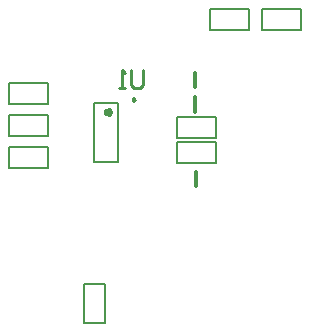
<source format=gbo>
G04*
G04 #@! TF.GenerationSoftware,Altium Limited,Altium Designer,19.1.8 (144)*
G04*
G04 Layer_Color=32896*
%FSLAX25Y25*%
%MOIN*%
G70*
G01*
G75*
%ADD10C,0.00787*%
%ADD11C,0.00984*%
%ADD12C,0.01575*%
%ADD14C,0.00800*%
%ADD15C,0.01200*%
%ADD16C,0.01000*%
D10*
X64961Y59732D02*
X72835D01*
X64961Y79417D02*
X72835D01*
X64961Y59732D02*
Y79417D01*
X72835Y59732D02*
Y79417D01*
D11*
X78642Y80421D02*
X77903Y80848D01*
Y79995D01*
X78642Y80421D01*
D12*
X70472Y76268D02*
X69928Y77017D01*
X69048Y76731D01*
Y75805D01*
X69928Y75519D01*
X70472Y76268D01*
D14*
X61500Y19000D02*
X68500D01*
X61500Y6000D02*
Y19000D01*
Y6000D02*
X68500D01*
Y19000D01*
X105500Y67500D02*
Y74500D01*
X92500D02*
X105500D01*
X92500Y67500D02*
Y74500D01*
Y67500D02*
X105500D01*
X92500Y59250D02*
Y66250D01*
Y59250D02*
X105500D01*
Y66250D01*
X92500D02*
X105500D01*
X103500Y110500D02*
X116500D01*
Y103500D02*
Y110500D01*
X103500Y103500D02*
X116500D01*
X103500D02*
Y110500D01*
X121000Y103500D02*
X134000D01*
X121000D02*
Y110500D01*
X134000D01*
Y103500D02*
Y110500D01*
X36500Y57500D02*
X49500D01*
X36500D02*
Y64500D01*
X49500D01*
Y57500D02*
Y64500D01*
X36500Y75250D02*
X49500D01*
Y68250D02*
Y75250D01*
X36500Y68250D02*
X49500D01*
X36500D02*
Y75250D01*
Y86000D02*
X49500D01*
Y79000D02*
Y86000D01*
X36500Y79000D02*
X49500D01*
X36500D02*
Y86000D01*
D15*
X98999Y51539D02*
Y56460D01*
X98499Y76289D02*
Y81211D01*
Y84540D02*
Y89460D01*
D16*
X81400Y90398D02*
Y85400D01*
X80400Y84400D01*
X78401D01*
X77401Y85400D01*
Y90398D01*
X75402Y84400D02*
X73403D01*
X74402D01*
Y90398D01*
X75402Y89398D01*
M02*

</source>
